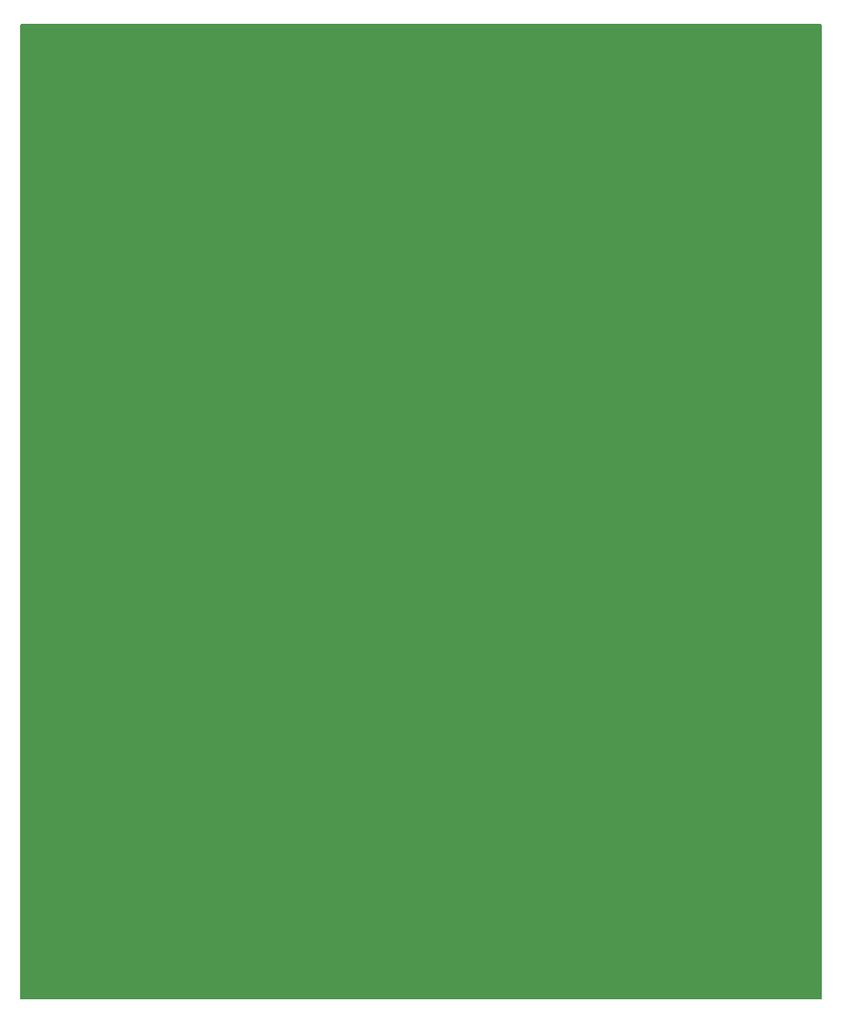
<source format=gbs>
G75*
%MOIN*%
%OFA0B0*%
%FSLAX25Y25*%
%IPPOS*%
%LPD*%
%AMOC8*
5,1,8,0,0,1.08239X$1,22.5*
%
%ADD10C,0.00600*%
D10*
X0014811Y0026135D02*
X0014811Y0380466D01*
X0306150Y0380466D01*
X0306150Y0026135D01*
X0014811Y0026135D01*
X0014811Y0026294D02*
X0306150Y0026294D01*
X0306150Y0026893D02*
X0014811Y0026893D01*
X0014811Y0027491D02*
X0306150Y0027491D01*
X0306150Y0028090D02*
X0014811Y0028090D01*
X0014811Y0028688D02*
X0306150Y0028688D01*
X0306150Y0029287D02*
X0014811Y0029287D01*
X0014811Y0029885D02*
X0306150Y0029885D01*
X0306150Y0030484D02*
X0014811Y0030484D01*
X0014811Y0031082D02*
X0306150Y0031082D01*
X0306150Y0031681D02*
X0014811Y0031681D01*
X0014811Y0032279D02*
X0306150Y0032279D01*
X0306150Y0032878D02*
X0014811Y0032878D01*
X0014811Y0033476D02*
X0306150Y0033476D01*
X0306150Y0034075D02*
X0014811Y0034075D01*
X0014811Y0034673D02*
X0306150Y0034673D01*
X0306150Y0035272D02*
X0014811Y0035272D01*
X0014811Y0035870D02*
X0306150Y0035870D01*
X0306150Y0036469D02*
X0014811Y0036469D01*
X0014811Y0037067D02*
X0306150Y0037067D01*
X0306150Y0037666D02*
X0014811Y0037666D01*
X0014811Y0038264D02*
X0306150Y0038264D01*
X0306150Y0038863D02*
X0014811Y0038863D01*
X0014811Y0039461D02*
X0306150Y0039461D01*
X0306150Y0040060D02*
X0014811Y0040060D01*
X0014811Y0040658D02*
X0306150Y0040658D01*
X0306150Y0041257D02*
X0014811Y0041257D01*
X0014811Y0041855D02*
X0306150Y0041855D01*
X0306150Y0042454D02*
X0014811Y0042454D01*
X0014811Y0043052D02*
X0306150Y0043052D01*
X0306150Y0043651D02*
X0014811Y0043651D01*
X0014811Y0044249D02*
X0306150Y0044249D01*
X0306150Y0044848D02*
X0014811Y0044848D01*
X0014811Y0045446D02*
X0306150Y0045446D01*
X0306150Y0046045D02*
X0014811Y0046045D01*
X0014811Y0046643D02*
X0306150Y0046643D01*
X0306150Y0047242D02*
X0014811Y0047242D01*
X0014811Y0047840D02*
X0306150Y0047840D01*
X0306150Y0048439D02*
X0014811Y0048439D01*
X0014811Y0049037D02*
X0306150Y0049037D01*
X0306150Y0049636D02*
X0014811Y0049636D01*
X0014811Y0050234D02*
X0306150Y0050234D01*
X0306150Y0050833D02*
X0014811Y0050833D01*
X0014811Y0051431D02*
X0306150Y0051431D01*
X0306150Y0052030D02*
X0014811Y0052030D01*
X0014811Y0052629D02*
X0306150Y0052629D01*
X0306150Y0053227D02*
X0014811Y0053227D01*
X0014811Y0053826D02*
X0306150Y0053826D01*
X0306150Y0054424D02*
X0014811Y0054424D01*
X0014811Y0055023D02*
X0306150Y0055023D01*
X0306150Y0055621D02*
X0014811Y0055621D01*
X0014811Y0056220D02*
X0306150Y0056220D01*
X0306150Y0056818D02*
X0014811Y0056818D01*
X0014811Y0057417D02*
X0306150Y0057417D01*
X0306150Y0058015D02*
X0014811Y0058015D01*
X0014811Y0058614D02*
X0306150Y0058614D01*
X0306150Y0059212D02*
X0014811Y0059212D01*
X0014811Y0059811D02*
X0306150Y0059811D01*
X0306150Y0060409D02*
X0014811Y0060409D01*
X0014811Y0061008D02*
X0306150Y0061008D01*
X0306150Y0061606D02*
X0014811Y0061606D01*
X0014811Y0062205D02*
X0306150Y0062205D01*
X0306150Y0062803D02*
X0014811Y0062803D01*
X0014811Y0063402D02*
X0306150Y0063402D01*
X0306150Y0064000D02*
X0014811Y0064000D01*
X0014811Y0064599D02*
X0306150Y0064599D01*
X0306150Y0065197D02*
X0014811Y0065197D01*
X0014811Y0065796D02*
X0306150Y0065796D01*
X0306150Y0066394D02*
X0014811Y0066394D01*
X0014811Y0066993D02*
X0306150Y0066993D01*
X0306150Y0067591D02*
X0014811Y0067591D01*
X0014811Y0068190D02*
X0306150Y0068190D01*
X0306150Y0068788D02*
X0014811Y0068788D01*
X0014811Y0069387D02*
X0306150Y0069387D01*
X0306150Y0069985D02*
X0014811Y0069985D01*
X0014811Y0070584D02*
X0306150Y0070584D01*
X0306150Y0071182D02*
X0014811Y0071182D01*
X0014811Y0071781D02*
X0306150Y0071781D01*
X0306150Y0072379D02*
X0014811Y0072379D01*
X0014811Y0072978D02*
X0306150Y0072978D01*
X0306150Y0073576D02*
X0014811Y0073576D01*
X0014811Y0074175D02*
X0306150Y0074175D01*
X0306150Y0074773D02*
X0014811Y0074773D01*
X0014811Y0075372D02*
X0306150Y0075372D01*
X0306150Y0075970D02*
X0014811Y0075970D01*
X0014811Y0076569D02*
X0306150Y0076569D01*
X0306150Y0077167D02*
X0014811Y0077167D01*
X0014811Y0077766D02*
X0306150Y0077766D01*
X0306150Y0078364D02*
X0014811Y0078364D01*
X0014811Y0078963D02*
X0306150Y0078963D01*
X0306150Y0079562D02*
X0014811Y0079562D01*
X0014811Y0080160D02*
X0306150Y0080160D01*
X0306150Y0080759D02*
X0014811Y0080759D01*
X0014811Y0081357D02*
X0306150Y0081357D01*
X0306150Y0081956D02*
X0014811Y0081956D01*
X0014811Y0082554D02*
X0306150Y0082554D01*
X0306150Y0083153D02*
X0014811Y0083153D01*
X0014811Y0083751D02*
X0306150Y0083751D01*
X0306150Y0084350D02*
X0014811Y0084350D01*
X0014811Y0084948D02*
X0306150Y0084948D01*
X0306150Y0085547D02*
X0014811Y0085547D01*
X0014811Y0086145D02*
X0306150Y0086145D01*
X0306150Y0086744D02*
X0014811Y0086744D01*
X0014811Y0087342D02*
X0306150Y0087342D01*
X0306150Y0087941D02*
X0014811Y0087941D01*
X0014811Y0088539D02*
X0306150Y0088539D01*
X0306150Y0089138D02*
X0014811Y0089138D01*
X0014811Y0089736D02*
X0306150Y0089736D01*
X0306150Y0090335D02*
X0014811Y0090335D01*
X0014811Y0090933D02*
X0306150Y0090933D01*
X0306150Y0091532D02*
X0014811Y0091532D01*
X0014811Y0092130D02*
X0306150Y0092130D01*
X0306150Y0092729D02*
X0014811Y0092729D01*
X0014811Y0093327D02*
X0306150Y0093327D01*
X0306150Y0093926D02*
X0014811Y0093926D01*
X0014811Y0094524D02*
X0306150Y0094524D01*
X0306150Y0095123D02*
X0014811Y0095123D01*
X0014811Y0095721D02*
X0306150Y0095721D01*
X0306150Y0096320D02*
X0014811Y0096320D01*
X0014811Y0096918D02*
X0306150Y0096918D01*
X0306150Y0097517D02*
X0014811Y0097517D01*
X0014811Y0098115D02*
X0306150Y0098115D01*
X0306150Y0098714D02*
X0014811Y0098714D01*
X0014811Y0099312D02*
X0306150Y0099312D01*
X0306150Y0099911D02*
X0014811Y0099911D01*
X0014811Y0100509D02*
X0306150Y0100509D01*
X0306150Y0101108D02*
X0014811Y0101108D01*
X0014811Y0101706D02*
X0306150Y0101706D01*
X0306150Y0102305D02*
X0014811Y0102305D01*
X0014811Y0102903D02*
X0306150Y0102903D01*
X0306150Y0103502D02*
X0014811Y0103502D01*
X0014811Y0104100D02*
X0306150Y0104100D01*
X0306150Y0104699D02*
X0014811Y0104699D01*
X0014811Y0105298D02*
X0306150Y0105298D01*
X0306150Y0105896D02*
X0014811Y0105896D01*
X0014811Y0106495D02*
X0306150Y0106495D01*
X0306150Y0107093D02*
X0014811Y0107093D01*
X0014811Y0107692D02*
X0306150Y0107692D01*
X0306150Y0108290D02*
X0014811Y0108290D01*
X0014811Y0108889D02*
X0306150Y0108889D01*
X0306150Y0109487D02*
X0014811Y0109487D01*
X0014811Y0110086D02*
X0306150Y0110086D01*
X0306150Y0110684D02*
X0014811Y0110684D01*
X0014811Y0111283D02*
X0306150Y0111283D01*
X0306150Y0111881D02*
X0014811Y0111881D01*
X0014811Y0112480D02*
X0306150Y0112480D01*
X0306150Y0113078D02*
X0014811Y0113078D01*
X0014811Y0113677D02*
X0306150Y0113677D01*
X0306150Y0114275D02*
X0014811Y0114275D01*
X0014811Y0114874D02*
X0306150Y0114874D01*
X0306150Y0115472D02*
X0014811Y0115472D01*
X0014811Y0116071D02*
X0306150Y0116071D01*
X0306150Y0116669D02*
X0014811Y0116669D01*
X0014811Y0117268D02*
X0306150Y0117268D01*
X0306150Y0117866D02*
X0014811Y0117866D01*
X0014811Y0118465D02*
X0306150Y0118465D01*
X0306150Y0119063D02*
X0014811Y0119063D01*
X0014811Y0119662D02*
X0306150Y0119662D01*
X0306150Y0120260D02*
X0014811Y0120260D01*
X0014811Y0120859D02*
X0306150Y0120859D01*
X0306150Y0121457D02*
X0014811Y0121457D01*
X0014811Y0122056D02*
X0306150Y0122056D01*
X0306150Y0122654D02*
X0014811Y0122654D01*
X0014811Y0123253D02*
X0306150Y0123253D01*
X0306150Y0123851D02*
X0014811Y0123851D01*
X0014811Y0124450D02*
X0306150Y0124450D01*
X0306150Y0125048D02*
X0014811Y0125048D01*
X0014811Y0125647D02*
X0306150Y0125647D01*
X0306150Y0126245D02*
X0014811Y0126245D01*
X0014811Y0126844D02*
X0306150Y0126844D01*
X0306150Y0127442D02*
X0014811Y0127442D01*
X0014811Y0128041D02*
X0306150Y0128041D01*
X0306150Y0128639D02*
X0014811Y0128639D01*
X0014811Y0129238D02*
X0306150Y0129238D01*
X0306150Y0129836D02*
X0014811Y0129836D01*
X0014811Y0130435D02*
X0306150Y0130435D01*
X0306150Y0131033D02*
X0014811Y0131033D01*
X0014811Y0131632D02*
X0306150Y0131632D01*
X0306150Y0132231D02*
X0014811Y0132231D01*
X0014811Y0132829D02*
X0306150Y0132829D01*
X0306150Y0133428D02*
X0014811Y0133428D01*
X0014811Y0134026D02*
X0306150Y0134026D01*
X0306150Y0134625D02*
X0014811Y0134625D01*
X0014811Y0135223D02*
X0306150Y0135223D01*
X0306150Y0135822D02*
X0014811Y0135822D01*
X0014811Y0136420D02*
X0306150Y0136420D01*
X0306150Y0137019D02*
X0014811Y0137019D01*
X0014811Y0137617D02*
X0306150Y0137617D01*
X0306150Y0138216D02*
X0014811Y0138216D01*
X0014811Y0138814D02*
X0306150Y0138814D01*
X0306150Y0139413D02*
X0014811Y0139413D01*
X0014811Y0140011D02*
X0306150Y0140011D01*
X0306150Y0140610D02*
X0014811Y0140610D01*
X0014811Y0141208D02*
X0306150Y0141208D01*
X0306150Y0141807D02*
X0014811Y0141807D01*
X0014811Y0142405D02*
X0306150Y0142405D01*
X0306150Y0143004D02*
X0014811Y0143004D01*
X0014811Y0143602D02*
X0306150Y0143602D01*
X0306150Y0144201D02*
X0014811Y0144201D01*
X0014811Y0144799D02*
X0306150Y0144799D01*
X0306150Y0145398D02*
X0014811Y0145398D01*
X0014811Y0145996D02*
X0306150Y0145996D01*
X0306150Y0146595D02*
X0014811Y0146595D01*
X0014811Y0147193D02*
X0306150Y0147193D01*
X0306150Y0147792D02*
X0014811Y0147792D01*
X0014811Y0148390D02*
X0306150Y0148390D01*
X0306150Y0148989D02*
X0014811Y0148989D01*
X0014811Y0149587D02*
X0306150Y0149587D01*
X0306150Y0150186D02*
X0014811Y0150186D01*
X0014811Y0150784D02*
X0306150Y0150784D01*
X0306150Y0151383D02*
X0014811Y0151383D01*
X0014811Y0151981D02*
X0306150Y0151981D01*
X0306150Y0152580D02*
X0014811Y0152580D01*
X0014811Y0153178D02*
X0306150Y0153178D01*
X0306150Y0153777D02*
X0014811Y0153777D01*
X0014811Y0154375D02*
X0306150Y0154375D01*
X0306150Y0154974D02*
X0014811Y0154974D01*
X0014811Y0155572D02*
X0306150Y0155572D01*
X0306150Y0156171D02*
X0014811Y0156171D01*
X0014811Y0156769D02*
X0306150Y0156769D01*
X0306150Y0157368D02*
X0014811Y0157368D01*
X0014811Y0157966D02*
X0306150Y0157966D01*
X0306150Y0158565D02*
X0014811Y0158565D01*
X0014811Y0159164D02*
X0306150Y0159164D01*
X0306150Y0159762D02*
X0014811Y0159762D01*
X0014811Y0160361D02*
X0306150Y0160361D01*
X0306150Y0160959D02*
X0014811Y0160959D01*
X0014811Y0161558D02*
X0306150Y0161558D01*
X0306150Y0162156D02*
X0014811Y0162156D01*
X0014811Y0162755D02*
X0306150Y0162755D01*
X0306150Y0163353D02*
X0014811Y0163353D01*
X0014811Y0163952D02*
X0306150Y0163952D01*
X0306150Y0164550D02*
X0014811Y0164550D01*
X0014811Y0165149D02*
X0306150Y0165149D01*
X0306150Y0165747D02*
X0014811Y0165747D01*
X0014811Y0166346D02*
X0306150Y0166346D01*
X0306150Y0166944D02*
X0014811Y0166944D01*
X0014811Y0167543D02*
X0306150Y0167543D01*
X0306150Y0168141D02*
X0014811Y0168141D01*
X0014811Y0168740D02*
X0306150Y0168740D01*
X0306150Y0169338D02*
X0014811Y0169338D01*
X0014811Y0169937D02*
X0306150Y0169937D01*
X0306150Y0170535D02*
X0014811Y0170535D01*
X0014811Y0171134D02*
X0306150Y0171134D01*
X0306150Y0171732D02*
X0014811Y0171732D01*
X0014811Y0172331D02*
X0306150Y0172331D01*
X0306150Y0172929D02*
X0014811Y0172929D01*
X0014811Y0173528D02*
X0306150Y0173528D01*
X0306150Y0174126D02*
X0014811Y0174126D01*
X0014811Y0174725D02*
X0306150Y0174725D01*
X0306150Y0175323D02*
X0014811Y0175323D01*
X0014811Y0175922D02*
X0306150Y0175922D01*
X0306150Y0176520D02*
X0014811Y0176520D01*
X0014811Y0177119D02*
X0306150Y0177119D01*
X0306150Y0177717D02*
X0014811Y0177717D01*
X0014811Y0178316D02*
X0306150Y0178316D01*
X0306150Y0178914D02*
X0014811Y0178914D01*
X0014811Y0179513D02*
X0306150Y0179513D01*
X0306150Y0180111D02*
X0014811Y0180111D01*
X0014811Y0180710D02*
X0306150Y0180710D01*
X0306150Y0181308D02*
X0014811Y0181308D01*
X0014811Y0181907D02*
X0306150Y0181907D01*
X0306150Y0182505D02*
X0014811Y0182505D01*
X0014811Y0183104D02*
X0306150Y0183104D01*
X0306150Y0183702D02*
X0014811Y0183702D01*
X0014811Y0184301D02*
X0306150Y0184301D01*
X0306150Y0184900D02*
X0014811Y0184900D01*
X0014811Y0185498D02*
X0306150Y0185498D01*
X0306150Y0186097D02*
X0014811Y0186097D01*
X0014811Y0186695D02*
X0306150Y0186695D01*
X0306150Y0187294D02*
X0014811Y0187294D01*
X0014811Y0187892D02*
X0306150Y0187892D01*
X0306150Y0188491D02*
X0014811Y0188491D01*
X0014811Y0189089D02*
X0306150Y0189089D01*
X0306150Y0189688D02*
X0014811Y0189688D01*
X0014811Y0190286D02*
X0306150Y0190286D01*
X0306150Y0190885D02*
X0014811Y0190885D01*
X0014811Y0191483D02*
X0306150Y0191483D01*
X0306150Y0192082D02*
X0014811Y0192082D01*
X0014811Y0192680D02*
X0306150Y0192680D01*
X0306150Y0193279D02*
X0014811Y0193279D01*
X0014811Y0193877D02*
X0306150Y0193877D01*
X0306150Y0194476D02*
X0014811Y0194476D01*
X0014811Y0195074D02*
X0306150Y0195074D01*
X0306150Y0195673D02*
X0014811Y0195673D01*
X0014811Y0196271D02*
X0306150Y0196271D01*
X0306150Y0196870D02*
X0014811Y0196870D01*
X0014811Y0197468D02*
X0306150Y0197468D01*
X0306150Y0198067D02*
X0014811Y0198067D01*
X0014811Y0198665D02*
X0306150Y0198665D01*
X0306150Y0199264D02*
X0014811Y0199264D01*
X0014811Y0199862D02*
X0306150Y0199862D01*
X0306150Y0200461D02*
X0014811Y0200461D01*
X0014811Y0201059D02*
X0306150Y0201059D01*
X0306150Y0201658D02*
X0014811Y0201658D01*
X0014811Y0202256D02*
X0306150Y0202256D01*
X0306150Y0202855D02*
X0014811Y0202855D01*
X0014811Y0203453D02*
X0306150Y0203453D01*
X0306150Y0204052D02*
X0014811Y0204052D01*
X0014811Y0204650D02*
X0306150Y0204650D01*
X0306150Y0205249D02*
X0014811Y0205249D01*
X0014811Y0205847D02*
X0306150Y0205847D01*
X0306150Y0206446D02*
X0014811Y0206446D01*
X0014811Y0207044D02*
X0306150Y0207044D01*
X0306150Y0207643D02*
X0014811Y0207643D01*
X0014811Y0208241D02*
X0306150Y0208241D01*
X0306150Y0208840D02*
X0014811Y0208840D01*
X0014811Y0209438D02*
X0306150Y0209438D01*
X0306150Y0210037D02*
X0014811Y0210037D01*
X0014811Y0210635D02*
X0306150Y0210635D01*
X0306150Y0211234D02*
X0014811Y0211234D01*
X0014811Y0211833D02*
X0306150Y0211833D01*
X0306150Y0212431D02*
X0014811Y0212431D01*
X0014811Y0213030D02*
X0306150Y0213030D01*
X0306150Y0213628D02*
X0014811Y0213628D01*
X0014811Y0214227D02*
X0306150Y0214227D01*
X0306150Y0214825D02*
X0014811Y0214825D01*
X0014811Y0215424D02*
X0306150Y0215424D01*
X0306150Y0216022D02*
X0014811Y0216022D01*
X0014811Y0216621D02*
X0306150Y0216621D01*
X0306150Y0217219D02*
X0014811Y0217219D01*
X0014811Y0217818D02*
X0306150Y0217818D01*
X0306150Y0218416D02*
X0014811Y0218416D01*
X0014811Y0219015D02*
X0306150Y0219015D01*
X0306150Y0219613D02*
X0014811Y0219613D01*
X0014811Y0220212D02*
X0306150Y0220212D01*
X0306150Y0220810D02*
X0014811Y0220810D01*
X0014811Y0221409D02*
X0306150Y0221409D01*
X0306150Y0222007D02*
X0014811Y0222007D01*
X0014811Y0222606D02*
X0306150Y0222606D01*
X0306150Y0223204D02*
X0014811Y0223204D01*
X0014811Y0223803D02*
X0306150Y0223803D01*
X0306150Y0224401D02*
X0014811Y0224401D01*
X0014811Y0225000D02*
X0306150Y0225000D01*
X0306150Y0225598D02*
X0014811Y0225598D01*
X0014811Y0226197D02*
X0306150Y0226197D01*
X0306150Y0226795D02*
X0014811Y0226795D01*
X0014811Y0227394D02*
X0306150Y0227394D01*
X0306150Y0227992D02*
X0014811Y0227992D01*
X0014811Y0228591D02*
X0306150Y0228591D01*
X0306150Y0229189D02*
X0014811Y0229189D01*
X0014811Y0229788D02*
X0306150Y0229788D01*
X0306150Y0230386D02*
X0014811Y0230386D01*
X0014811Y0230985D02*
X0306150Y0230985D01*
X0306150Y0231583D02*
X0014811Y0231583D01*
X0014811Y0232182D02*
X0306150Y0232182D01*
X0306150Y0232780D02*
X0014811Y0232780D01*
X0014811Y0233379D02*
X0306150Y0233379D01*
X0306150Y0233977D02*
X0014811Y0233977D01*
X0014811Y0234576D02*
X0306150Y0234576D01*
X0306150Y0235174D02*
X0014811Y0235174D01*
X0014811Y0235773D02*
X0306150Y0235773D01*
X0306150Y0236371D02*
X0014811Y0236371D01*
X0014811Y0236970D02*
X0306150Y0236970D01*
X0306150Y0237569D02*
X0014811Y0237569D01*
X0014811Y0238167D02*
X0306150Y0238167D01*
X0306150Y0238766D02*
X0014811Y0238766D01*
X0014811Y0239364D02*
X0306150Y0239364D01*
X0306150Y0239963D02*
X0014811Y0239963D01*
X0014811Y0240561D02*
X0306150Y0240561D01*
X0306150Y0241160D02*
X0014811Y0241160D01*
X0014811Y0241758D02*
X0306150Y0241758D01*
X0306150Y0242357D02*
X0014811Y0242357D01*
X0014811Y0242955D02*
X0306150Y0242955D01*
X0306150Y0243554D02*
X0014811Y0243554D01*
X0014811Y0244152D02*
X0306150Y0244152D01*
X0306150Y0244751D02*
X0014811Y0244751D01*
X0014811Y0245349D02*
X0306150Y0245349D01*
X0306150Y0245948D02*
X0014811Y0245948D01*
X0014811Y0246546D02*
X0306150Y0246546D01*
X0306150Y0247145D02*
X0014811Y0247145D01*
X0014811Y0247743D02*
X0306150Y0247743D01*
X0306150Y0248342D02*
X0014811Y0248342D01*
X0014811Y0248940D02*
X0306150Y0248940D01*
X0306150Y0249539D02*
X0014811Y0249539D01*
X0014811Y0250137D02*
X0306150Y0250137D01*
X0306150Y0250736D02*
X0014811Y0250736D01*
X0014811Y0251334D02*
X0306150Y0251334D01*
X0306150Y0251933D02*
X0014811Y0251933D01*
X0014811Y0252531D02*
X0306150Y0252531D01*
X0306150Y0253130D02*
X0014811Y0253130D01*
X0014811Y0253728D02*
X0306150Y0253728D01*
X0306150Y0254327D02*
X0014811Y0254327D01*
X0014811Y0254925D02*
X0306150Y0254925D01*
X0306150Y0255524D02*
X0014811Y0255524D01*
X0014811Y0256122D02*
X0306150Y0256122D01*
X0306150Y0256721D02*
X0014811Y0256721D01*
X0014811Y0257319D02*
X0306150Y0257319D01*
X0306150Y0257918D02*
X0014811Y0257918D01*
X0014811Y0258516D02*
X0306150Y0258516D01*
X0306150Y0259115D02*
X0014811Y0259115D01*
X0014811Y0259713D02*
X0306150Y0259713D01*
X0306150Y0260312D02*
X0014811Y0260312D01*
X0014811Y0260910D02*
X0306150Y0260910D01*
X0306150Y0261509D02*
X0014811Y0261509D01*
X0014811Y0262107D02*
X0306150Y0262107D01*
X0306150Y0262706D02*
X0014811Y0262706D01*
X0014811Y0263304D02*
X0306150Y0263304D01*
X0306150Y0263903D02*
X0014811Y0263903D01*
X0014811Y0264502D02*
X0306150Y0264502D01*
X0306150Y0265100D02*
X0014811Y0265100D01*
X0014811Y0265699D02*
X0306150Y0265699D01*
X0306150Y0266297D02*
X0014811Y0266297D01*
X0014811Y0266896D02*
X0306150Y0266896D01*
X0306150Y0267494D02*
X0014811Y0267494D01*
X0014811Y0268093D02*
X0306150Y0268093D01*
X0306150Y0268691D02*
X0014811Y0268691D01*
X0014811Y0269290D02*
X0306150Y0269290D01*
X0306150Y0269888D02*
X0014811Y0269888D01*
X0014811Y0270487D02*
X0306150Y0270487D01*
X0306150Y0271085D02*
X0014811Y0271085D01*
X0014811Y0271684D02*
X0306150Y0271684D01*
X0306150Y0272282D02*
X0014811Y0272282D01*
X0014811Y0272881D02*
X0306150Y0272881D01*
X0306150Y0273479D02*
X0014811Y0273479D01*
X0014811Y0274078D02*
X0306150Y0274078D01*
X0306150Y0274676D02*
X0014811Y0274676D01*
X0014811Y0275275D02*
X0306150Y0275275D01*
X0306150Y0275873D02*
X0014811Y0275873D01*
X0014811Y0276472D02*
X0306150Y0276472D01*
X0306150Y0277070D02*
X0014811Y0277070D01*
X0014811Y0277669D02*
X0306150Y0277669D01*
X0306150Y0278267D02*
X0014811Y0278267D01*
X0014811Y0278866D02*
X0306150Y0278866D01*
X0306150Y0279464D02*
X0014811Y0279464D01*
X0014811Y0280063D02*
X0306150Y0280063D01*
X0306150Y0280661D02*
X0014811Y0280661D01*
X0014811Y0281260D02*
X0306150Y0281260D01*
X0306150Y0281858D02*
X0014811Y0281858D01*
X0014811Y0282457D02*
X0306150Y0282457D01*
X0306150Y0283055D02*
X0014811Y0283055D01*
X0014811Y0283654D02*
X0306150Y0283654D01*
X0306150Y0284252D02*
X0014811Y0284252D01*
X0014811Y0284851D02*
X0306150Y0284851D01*
X0306150Y0285449D02*
X0014811Y0285449D01*
X0014811Y0286048D02*
X0306150Y0286048D01*
X0306150Y0286646D02*
X0014811Y0286646D01*
X0014811Y0287245D02*
X0306150Y0287245D01*
X0306150Y0287843D02*
X0014811Y0287843D01*
X0014811Y0288442D02*
X0306150Y0288442D01*
X0306150Y0289040D02*
X0014811Y0289040D01*
X0014811Y0289639D02*
X0306150Y0289639D01*
X0306150Y0290238D02*
X0014811Y0290238D01*
X0014811Y0290836D02*
X0306150Y0290836D01*
X0306150Y0291435D02*
X0014811Y0291435D01*
X0014811Y0292033D02*
X0306150Y0292033D01*
X0306150Y0292632D02*
X0014811Y0292632D01*
X0014811Y0293230D02*
X0306150Y0293230D01*
X0306150Y0293829D02*
X0014811Y0293829D01*
X0014811Y0294427D02*
X0306150Y0294427D01*
X0306150Y0295026D02*
X0014811Y0295026D01*
X0014811Y0295624D02*
X0306150Y0295624D01*
X0306150Y0296223D02*
X0014811Y0296223D01*
X0014811Y0296821D02*
X0306150Y0296821D01*
X0306150Y0297420D02*
X0014811Y0297420D01*
X0014811Y0298018D02*
X0306150Y0298018D01*
X0306150Y0298617D02*
X0014811Y0298617D01*
X0014811Y0299215D02*
X0306150Y0299215D01*
X0306150Y0299814D02*
X0014811Y0299814D01*
X0014811Y0300412D02*
X0306150Y0300412D01*
X0306150Y0301011D02*
X0014811Y0301011D01*
X0014811Y0301609D02*
X0306150Y0301609D01*
X0306150Y0302208D02*
X0014811Y0302208D01*
X0014811Y0302806D02*
X0306150Y0302806D01*
X0306150Y0303405D02*
X0014811Y0303405D01*
X0014811Y0304003D02*
X0306150Y0304003D01*
X0306150Y0304602D02*
X0014811Y0304602D01*
X0014811Y0305200D02*
X0306150Y0305200D01*
X0306150Y0305799D02*
X0014811Y0305799D01*
X0014811Y0306397D02*
X0306150Y0306397D01*
X0306150Y0306996D02*
X0014811Y0306996D01*
X0014811Y0307594D02*
X0306150Y0307594D01*
X0306150Y0308193D02*
X0014811Y0308193D01*
X0014811Y0308791D02*
X0306150Y0308791D01*
X0306150Y0309390D02*
X0014811Y0309390D01*
X0014811Y0309988D02*
X0306150Y0309988D01*
X0306150Y0310587D02*
X0014811Y0310587D01*
X0014811Y0311185D02*
X0306150Y0311185D01*
X0306150Y0311784D02*
X0014811Y0311784D01*
X0014811Y0312382D02*
X0306150Y0312382D01*
X0306150Y0312981D02*
X0014811Y0312981D01*
X0014811Y0313579D02*
X0306150Y0313579D01*
X0306150Y0314178D02*
X0014811Y0314178D01*
X0014811Y0314776D02*
X0306150Y0314776D01*
X0306150Y0315375D02*
X0014811Y0315375D01*
X0014811Y0315973D02*
X0306150Y0315973D01*
X0306150Y0316572D02*
X0014811Y0316572D01*
X0014811Y0317171D02*
X0306150Y0317171D01*
X0306150Y0317769D02*
X0014811Y0317769D01*
X0014811Y0318368D02*
X0306150Y0318368D01*
X0306150Y0318966D02*
X0014811Y0318966D01*
X0014811Y0319565D02*
X0306150Y0319565D01*
X0306150Y0320163D02*
X0014811Y0320163D01*
X0014811Y0320762D02*
X0306150Y0320762D01*
X0306150Y0321360D02*
X0014811Y0321360D01*
X0014811Y0321959D02*
X0306150Y0321959D01*
X0306150Y0322557D02*
X0014811Y0322557D01*
X0014811Y0323156D02*
X0306150Y0323156D01*
X0306150Y0323754D02*
X0014811Y0323754D01*
X0014811Y0324353D02*
X0306150Y0324353D01*
X0306150Y0324951D02*
X0014811Y0324951D01*
X0014811Y0325550D02*
X0306150Y0325550D01*
X0306150Y0326148D02*
X0014811Y0326148D01*
X0014811Y0326747D02*
X0306150Y0326747D01*
X0306150Y0327345D02*
X0014811Y0327345D01*
X0014811Y0327944D02*
X0306150Y0327944D01*
X0306150Y0328542D02*
X0014811Y0328542D01*
X0014811Y0329141D02*
X0306150Y0329141D01*
X0306150Y0329739D02*
X0014811Y0329739D01*
X0014811Y0330338D02*
X0306150Y0330338D01*
X0306150Y0330936D02*
X0014811Y0330936D01*
X0014811Y0331535D02*
X0306150Y0331535D01*
X0306150Y0332133D02*
X0014811Y0332133D01*
X0014811Y0332732D02*
X0306150Y0332732D01*
X0306150Y0333330D02*
X0014811Y0333330D01*
X0014811Y0333929D02*
X0306150Y0333929D01*
X0306150Y0334527D02*
X0014811Y0334527D01*
X0014811Y0335126D02*
X0306150Y0335126D01*
X0306150Y0335724D02*
X0014811Y0335724D01*
X0014811Y0336323D02*
X0306150Y0336323D01*
X0306150Y0336921D02*
X0014811Y0336921D01*
X0014811Y0337520D02*
X0306150Y0337520D01*
X0306150Y0338118D02*
X0014811Y0338118D01*
X0014811Y0338717D02*
X0306150Y0338717D01*
X0306150Y0339315D02*
X0014811Y0339315D01*
X0014811Y0339914D02*
X0306150Y0339914D01*
X0306150Y0340512D02*
X0014811Y0340512D01*
X0014811Y0341111D02*
X0306150Y0341111D01*
X0306150Y0341709D02*
X0014811Y0341709D01*
X0014811Y0342308D02*
X0306150Y0342308D01*
X0306150Y0342906D02*
X0014811Y0342906D01*
X0014811Y0343505D02*
X0306150Y0343505D01*
X0306150Y0344104D02*
X0014811Y0344104D01*
X0014811Y0344702D02*
X0306150Y0344702D01*
X0306150Y0345301D02*
X0014811Y0345301D01*
X0014811Y0345899D02*
X0306150Y0345899D01*
X0306150Y0346498D02*
X0014811Y0346498D01*
X0014811Y0347096D02*
X0306150Y0347096D01*
X0306150Y0347695D02*
X0014811Y0347695D01*
X0014811Y0348293D02*
X0306150Y0348293D01*
X0306150Y0348892D02*
X0014811Y0348892D01*
X0014811Y0349490D02*
X0306150Y0349490D01*
X0306150Y0350089D02*
X0014811Y0350089D01*
X0014811Y0350687D02*
X0306150Y0350687D01*
X0306150Y0351286D02*
X0014811Y0351286D01*
X0014811Y0351884D02*
X0306150Y0351884D01*
X0306150Y0352483D02*
X0014811Y0352483D01*
X0014811Y0353081D02*
X0306150Y0353081D01*
X0306150Y0353680D02*
X0014811Y0353680D01*
X0014811Y0354278D02*
X0306150Y0354278D01*
X0306150Y0354877D02*
X0014811Y0354877D01*
X0014811Y0355475D02*
X0306150Y0355475D01*
X0306150Y0356074D02*
X0014811Y0356074D01*
X0014811Y0356672D02*
X0306150Y0356672D01*
X0306150Y0357271D02*
X0014811Y0357271D01*
X0014811Y0357869D02*
X0306150Y0357869D01*
X0306150Y0358468D02*
X0014811Y0358468D01*
X0014811Y0359066D02*
X0306150Y0359066D01*
X0306150Y0359665D02*
X0014811Y0359665D01*
X0014811Y0360263D02*
X0306150Y0360263D01*
X0306150Y0360862D02*
X0014811Y0360862D01*
X0014811Y0361460D02*
X0306150Y0361460D01*
X0306150Y0362059D02*
X0014811Y0362059D01*
X0014811Y0362657D02*
X0306150Y0362657D01*
X0306150Y0363256D02*
X0014811Y0363256D01*
X0014811Y0363854D02*
X0306150Y0363854D01*
X0306150Y0364453D02*
X0014811Y0364453D01*
X0014811Y0365051D02*
X0306150Y0365051D01*
X0306150Y0365650D02*
X0014811Y0365650D01*
X0014811Y0366248D02*
X0306150Y0366248D01*
X0306150Y0366847D02*
X0014811Y0366847D01*
X0014811Y0367445D02*
X0306150Y0367445D01*
X0306150Y0368044D02*
X0014811Y0368044D01*
X0014811Y0368642D02*
X0306150Y0368642D01*
X0306150Y0369241D02*
X0014811Y0369241D01*
X0014811Y0369840D02*
X0306150Y0369840D01*
X0306150Y0370438D02*
X0014811Y0370438D01*
X0014811Y0371037D02*
X0306150Y0371037D01*
X0306150Y0371635D02*
X0014811Y0371635D01*
X0014811Y0372234D02*
X0306150Y0372234D01*
X0306150Y0372832D02*
X0014811Y0372832D01*
X0014811Y0373431D02*
X0306150Y0373431D01*
X0306150Y0374029D02*
X0014811Y0374029D01*
X0014811Y0374628D02*
X0306150Y0374628D01*
X0306150Y0375226D02*
X0014811Y0375226D01*
X0014811Y0375825D02*
X0306150Y0375825D01*
X0306150Y0376423D02*
X0014811Y0376423D01*
X0014811Y0377022D02*
X0306150Y0377022D01*
X0306150Y0377620D02*
X0014811Y0377620D01*
X0014811Y0378219D02*
X0306150Y0378219D01*
X0306150Y0378817D02*
X0014811Y0378817D01*
X0014811Y0379416D02*
X0306150Y0379416D01*
X0306150Y0380014D02*
X0014811Y0380014D01*
M02*

</source>
